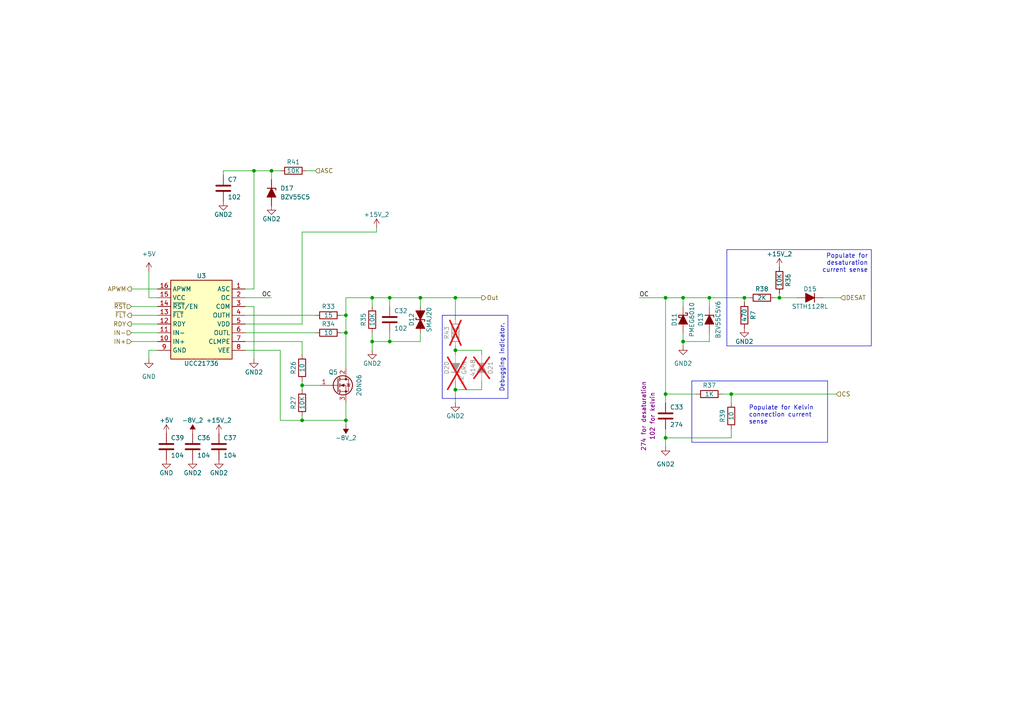
<source format=kicad_sch>
(kicad_sch (version 20250114) (generator "eeschema") (generator_version "9.0")
  (paper "A4")
  (lib_symbols
    (symbol "D_Filled_1" (pin_numbers (hide yes)) (pin_names (offset 1.016) (hide yes))
      (property "Reference" "D" (at 0 2.54 0))
      (property "Value" "D_Filled" (at 0 -2.54 0))
      (symbol "D_Filled_1_0_1"
        (polyline (pts (xy -1.27 1.27) (xy -1.27 -1.27)) (stroke (width 0.254)))
        (polyline (pts (xy 1.27 1.27) (xy 1.27 -1.27) (xy -1.27 0) (xy 1.27 1.27)) (stroke (width 0.254)) (fill (type outline)))
        (polyline (pts (xy 1.27 0) (xy -1.27 0)))
      )
      (symbol "D_Filled_1_1_1"
        (pin passive line (at -3.81 0 0) (length 2.54) (name "K") (number "1"))
        (pin passive line (at 3.81 0 180) (length 2.54) (name "A") (number "2"))
      )
    )
    (symbol "Device:C" (pin_numbers (hide yes)) (pin_names (offset 0.254))
      (property "Reference" "C" (at 0.635 2.54 0))
      (property "Value" "C" (at 0.635 -2.54 0))
      (symbol "C_0_1"
        (polyline (pts (xy -2.032 0.762) (xy 2.032 0.762)) (stroke (width 0.508)))
        (polyline (pts (xy -2.032 -0.762) (xy 2.032 -0.762)) (stroke (width 0.508)))
      )
      (symbol "C_1_1"
        (pin passive line (at 0 3.81 270) (length 2.794) (name "~") (number "1"))
        (pin passive line (at 0 -3.81 90) (length 2.794) (name "~") (number "2"))
      )
    )
    (symbol "Device:D_Filled" (pin_numbers (hide yes)) (pin_names (offset 1.016) (hide yes))
      (property "Reference" "D" (at 0 2.54 0))
      (property "Value" "D_Filled" (at 0 -2.54 0))
      (symbol "D_Filled_0_1"
        (polyline (pts (xy -1.27 1.27) (xy -1.27 -1.27)) (stroke (width 0.254)))
        (polyline (pts (xy 1.27 1.27) (xy 1.27 -1.27) (xy -1.27 0) (xy 1.27 1.27)) (stroke (width 0.254)) (fill (type outline)))
        (polyline (pts (xy 1.27 0) (xy -1.27 0)))
      )
      (symbol "D_Filled_1_1"
        (pin passive line (at -3.81 0 0) (length 2.54) (name "K") (number "1"))
        (pin passive line (at 3.81 0 180) (length 2.54) (name "A") (number "2"))
      )
    )
    (symbol "Device:D_Schottky_Filled" (pin_numbers (hide yes)) (pin_names (offset 1.016) (hide yes))
      (property "Reference" "D" (at 0 2.54 0))
      (property "Value" "D_Schottky_Filled" (at 0 -2.54 0))
      (symbol "D_Schottky_Filled_0_1"
        (polyline (pts (xy -1.905 0.635) (xy -1.905 1.27) (xy -1.27 1.27) (xy -1.27 -1.27) (xy -0.635 -1.27) (xy -0.635 -0.635)) (stroke (width 0.254)))
        (polyline (pts (xy 1.27 1.27) (xy 1.27 -1.27) (xy -1.27 0) (xy 1.27 1.27)) (stroke (width 0.254)) (fill (type outline)))
        (polyline (pts (xy 1.27 0) (xy -1.27 0)))
      )
      (symbol "D_Schottky_Filled_1_1"
        (pin passive line (at -3.81 0 0) (length 2.54) (name "K") (number "1"))
        (pin passive line (at 3.81 0 180) (length 2.54) (name "A") (number "2"))
      )
    )
    (symbol "Device:D_TVS_Filled" (pin_numbers (hide yes)) (pin_names (offset 1.016) (hide yes))
      (property "Reference" "D" (at 0 2.54 0))
      (property "Value" "D_TVS_Filled" (at 0 -2.54 0))
      (symbol "D_TVS_Filled_0_1"
        (polyline (pts (xy -2.54 -1.27) (xy 0 0) (xy -2.54 1.27) (xy -2.54 -1.27)) (stroke (width 0.254)) (fill (type outline)))
        (polyline (pts (xy 0.508 1.27) (xy 0 1.27) (xy 0 -1.27) (xy -0.508 -1.27)) (stroke (width 0.254)))
        (polyline (pts (xy 1.27 0) (xy -1.27 0)))
        (polyline (pts (xy 2.54 1.27) (xy 2.54 -1.27) (xy 0 0) (xy 2.54 1.27)) (stroke (width 0.254)) (fill (type outline)))
      )
      (symbol "D_TVS_Filled_1_1"
        (pin passive line (at -3.81 0 0) (length 2.54) (name "A1") (number "1"))
        (pin passive line (at 3.81 0 180) (length 2.54) (name "A2") (number "2"))
      )
    )
    (symbol "Device:D_Zener_Filled" (pin_numbers (hide yes)) (pin_names (offset 1.016) (hide yes))
      (property "Reference" "D" (at 0 2.54 0))
      (property "Value" "D_Zener_Filled" (at 0 -2.54 0))
      (symbol "D_Zener_Filled_0_1"
        (polyline (pts (xy -1.27 -1.27) (xy -1.27 1.27) (xy -0.762 1.27)) (stroke (width 0.254)))
        (polyline (pts (xy 1.27 0) (xy -1.27 0)))
        (polyline (pts (xy 1.27 -1.27) (xy 1.27 1.27) (xy -1.27 0) (xy 1.27 -1.27)) (stroke (width 0.254)) (fill (type outline)))
      )
      (symbol "D_Zener_Filled_1_1"
        (pin passive line (at -3.81 0 0) (length 2.54) (name "K") (number "1"))
        (pin passive line (at 3.81 0 180) (length 2.54) (name "A") (number "2"))
      )
    )
    (symbol "Device:LED_Filled" (pin_numbers (hide yes)) (pin_names (offset 1.016) (hide yes))
      (property "Reference" "D" (at 0 2.54 0))
      (property "Value" "LED_Filled" (at 0 -2.54 0))
      (symbol "LED_Filled_0_1"
        (polyline (pts (xy -3.048 -0.762) (xy -4.572 -2.286) (xy -3.81 -2.286) (xy -4.572 -2.286) (xy -4.572 -1.524)))
        (polyline (pts (xy -1.778 -0.762) (xy -3.302 -2.286) (xy -2.54 -2.286) (xy -3.302 -2.286) (xy -3.302 -1.524)))
        (polyline (pts (xy -1.27 0) (xy 1.27 0)))
        (polyline (pts (xy -1.27 -1.27) (xy -1.27 1.27)) (stroke (width 0.254)))
        (polyline (pts (xy 1.27 -1.27) (xy 1.27 1.27) (xy -1.27 0) (xy 1.27 -1.27)) (stroke (width 0.254)) (fill (type outline)))
      )
      (symbol "LED_Filled_1_1"
        (pin passive line (at -3.81 0 0) (length 2.54) (name "K") (number "1"))
        (pin passive line (at 3.81 0 180) (length 2.54) (name "A") (number "2"))
      )
    )
    (symbol "Device:Q_NMOS_GDS" (pin_names (offset 0) (hide yes))
      (property "Reference" "Q" (at 5.08 1.27 0))
      (property "Value" "Q_NMOS_GDS" (at 5.08 -1.27 0))
      (symbol "Q_NMOS_GDS_0_1"
        (polyline (pts (xy 0.254 1.905) (xy 0.254 -1.905)) (stroke (width 0.254)))
        (polyline (pts (xy 0.254 0) (xy -2.54 0)))
        (polyline (pts (xy 0.762 2.286) (xy 0.762 1.27)) (stroke (width 0.254)))
        (polyline (pts (xy 0.762 0.508) (xy 0.762 -0.508)) (stroke (width 0.254)))
        (polyline (pts (xy 0.762 -1.27) (xy 0.762 -2.286)) (stroke (width 0.254)))
        (polyline (pts (xy 0.762 -1.778) (xy 3.302 -1.778) (xy 3.302 1.778) (xy 0.762 1.778)))
        (polyline (pts (xy 1.016 0) (xy 2.032 0.381) (xy 2.032 -0.381) (xy 1.016 0)) (fill (type outline)))
        (circle (center 1.651 0) (radius 2.794) (stroke (width 0.254)))
        (polyline (pts (xy 2.54 2.54) (xy 2.54 1.778)))
        (circle (center 2.54 1.778) (radius 0.254) (fill (type outline)))
        (circle (center 2.54 -1.778) (radius 0.254) (fill (type outline)))
        (polyline (pts (xy 2.54 -2.54) (xy 2.54 0) (xy 0.762 0)))
        (polyline (pts (xy 2.794 0.508) (xy 2.921 0.381) (xy 3.683 0.381) (xy 3.81 0.254)))
        (polyline (pts (xy 3.302 0.381) (xy 2.921 -0.254) (xy 3.683 -0.254) (xy 3.302 0.381)))
      )
      (symbol "Q_NMOS_GDS_1_1"
        (pin input line (at -5.08 0 0) (length 2.54) (name "G") (number "1"))
        (pin passive line (at 2.54 5.08 270) (length 2.54) (name "D") (number "2"))
        (pin passive line (at 2.54 -5.08 90) (length 2.54) (name "S") (number "3"))
      )
    )
    (symbol "Device:R" (pin_numbers (hide yes)) (pin_names (offset 0))
      (property "Reference" "R" (at 2.032 0 90))
      (property "Value" "R" (at 0 0 90))
      (symbol "R_0_1"
        (rectangle (start -1.016 -2.54) (end 1.016 2.54) (stroke (width 0.254)))
      )
      (symbol "R_1_1"
        (pin passive line (at 0 3.81 270) (length 1.27) (name "~") (number "1"))
        (pin passive line (at 0 -3.81 90) (length 1.27) (name "~") (number "2"))
      )
    )
    (symbol "HR-parts:+15V_2" (power) (pin_names (offset 0))
      (property "Value" "+15V_2" (at 0 3.556 0))
      (symbol "+15V_2_0_1"
        (polyline (pts (xy -0.762 1.27) (xy 0 2.54)))
        (polyline (pts (xy 0 2.54) (xy 0.762 1.27)))
        (polyline (pts (xy 0 0) (xy 0 2.54)))
      )
      (symbol "+15V_2_1_1"
        (pin power_in line (at 0 0 90) (length 0) (hide yes) (name "+15V_2") (number "1"))
      )
    )
    (symbol "HR-parts:-8V_2" (power) (pin_names (offset 0))
      (property "Value" "-8V_2" (at 0 3.556 0))
      (symbol "-8V_2_0_1"
        (polyline (pts (xy -0.762 1.27) (xy 0.762 1.27) (xy 0 2.54) (xy -0.762 1.27)) (fill (type outline)))
        (polyline (pts (xy 0 0) (xy 0 2.54)))
      )
      (symbol "-8V_2_1_1"
        (pin power_in line (at 0 0 90) (length 0) (hide yes) (name "-8V_2") (number "1"))
      )
    )
    (symbol "HR-parts:UCC21736"
      (property "Reference" "U" (at 0 15.24 0))
      (property "Value" "UCC21736" (at 0 -12.7 0))
      (symbol "UCC21736_0_1"
        (rectangle (start -8.89 12.7) (end 8.89 -10.16) (stroke (width 0.254)) (fill (type background)))
      )
      (symbol "UCC21736_1_1"
        (pin input line (at -12.7 10.16 0) (length 3.81) (name "ASC") (number "1"))
        (pin input line (at -12.7 7.62 0) (length 3.81) (name "OC") (number "2"))
        (pin power_in line (at -12.7 5.08 0) (length 3.81) (name "COM") (number "3"))
        (pin power_out line (at -12.7 2.54 0) (length 3.81) (name "OUTH") (number "4"))
        (pin power_in line (at -12.7 0 0) (length 3.81) (name "VDD") (number "5"))
        (pin power_out line (at -12.7 -2.54 0) (length 3.81) (name "OUTL") (number "6"))
        (pin power_out line (at -12.7 -5.08 0) (length 3.81) (name "CLMPE") (number "7"))
        (pin power_in line (at -12.7 -7.62 0) (length 3.81) (name "VEE") (number "8"))
        (pin output line (at 12.7 10.16 180) (length 3.81) (name "APWM") (number "16"))
        (pin power_in line (at 12.7 7.62 180) (length 3.81) (name "VCC") (number "15"))
        (pin input line (at 12.7 5.08 180) (length 3.81) (name "~{RST}/EN") (number "14"))
        (pin output line (at 12.7 2.54 180) (length 3.81) (name "~{FLT}") (number "13"))
        (pin output line (at 12.7 0 180) (length 3.81) (name "RDY") (number "12"))
        (pin input line (at 12.7 -2.54 180) (length 3.81) (name "IN-") (number "11"))
        (pin input line (at 12.7 -5.08 180) (length 3.81) (name "IN+") (number "10"))
        (pin power_in line (at 12.7 -7.62 180) (length 3.81) (name "GND") (number "9"))
      )
    )
    (symbol "power:+5V" (power) (pin_names (offset 0))
      (property "Value" "+5V" (at 0 3.556 0))
      (symbol "+5V_0_1"
        (polyline (pts (xy -0.762 1.27) (xy 0 2.54)))
        (polyline (pts (xy 0 2.54) (xy 0.762 1.27)))
        (polyline (pts (xy 0 0) (xy 0 2.54)))
      )
      (symbol "+5V_1_1"
        (pin power_in line (at 0 0 90) (length 0) (hide yes) (name "+5V") (number "1"))
      )
    )
    (symbol "power:GND" (power) (pin_names (offset 0))
      (property "Value" "GND" (at 0 -3.81 0))
      (symbol "GND_0_1"
        (polyline (pts (xy 0 0) (xy 0 -1.27) (xy 1.27 -1.27) (xy 0 -2.54) (xy -1.27 -1.27) (xy 0 -1.27)))
      )
      (symbol "GND_1_1"
        (pin power_in line (at 0 0 270) (length 0) (hide yes) (name "GND") (number "1"))
      )
    )
    (symbol "power:GND1" (power) (pin_names (offset 0))
      (property "Value" "GND1" (at 0 -3.81 0))
      (symbol "GND1_0_1"
        (polyline (pts (xy 0 0) (xy 0 -1.27) (xy 1.27 -1.27) (xy 0 -2.54) (xy -1.27 -1.27) (xy 0 -1.27)))
      )
      (symbol "GND1_1_1"
        (pin power_in line (at 0 0 270) (length 0) (hide yes) (name "GND1") (number "1"))
      )
    )
    (symbol "power:GND2" (power) (pin_names (offset 0))
      (property "Value" "GND2" (at 0 -3.81 0))
      (symbol "GND2_0_1"
        (polyline (pts (xy 0 0) (xy 0 -1.27) (xy 1.27 -1.27) (xy 0 -2.54) (xy -1.27 -1.27) (xy 0 -1.27)))
      )
      (symbol "GND2_1_1"
        (pin power_in line (at 0 0 270) (length 0) (hide yes) (name "GND2") (number "1"))
      )
    )
  )
  (text "Populate for Kelvin\nconnection current\nsense" (at 217.17 123.19 0) (effects (font (size 1.27 1.27)) (justify left bottom)))
  (text_box "Debugging indicator." (at 128.27 91.44 90) (size 19.05 24.13) (margins 0.9525 0.9525 0.9525 0.9525) (effects (font (size 1.27 1.27)) (justify bottom)))
  (text_box "Populate for\ndesaturation\ncurrent sense" (at 210.82 72.39 0) (size 41.91 27.94) (margins 0.9525 0.9525 0.9525 0.9525) (effects (font (size 1.27 1.27)) (justify right top)))
  (junction (at 226.06 86.36))
  (junction (at 132.08 86.36))
  (junction (at 107.95 99.06))
  (junction (at 215.9 86.36))
  (junction (at 132.08 113.03))
  (junction (at 107.95 86.36))
  (junction (at 113.03 86.36))
  (junction (at 113.03 99.06))
  (junction (at 100.33 96.52))
  (junction (at 87.63 111.76))
  (junction (at 198.12 99.06))
  (junction (at 100.33 91.44))
  (junction (at 193.04 127))
  (junction (at 193.04 114.3))
  (junction (at 78.74 49.53))
  (junction (at 132.08 101.6))
  (junction (at 87.63 121.92))
  (junction (at 100.33 121.92))
  (junction (at 121.92 86.36))
  (junction (at 193.04 86.36))
  (junction (at 198.12 86.36))
  (junction (at 73.66 49.53))
  (junction (at 212.09 114.3))
  (junction (at 205.74 86.36))
  (wire (pts (xy 100.33 86.36) (xy 100.33 91.44)))
  (wire (pts (xy 193.04 114.3) (xy 193.04 116.84)))
  (wire (pts (xy 132.08 100.33) (xy 132.08 101.6)))
  (wire (pts (xy 81.28 121.92) (xy 87.63 121.92)))
  (wire (pts (xy 100.33 91.44) (xy 100.33 96.52)))
  (wire (pts (xy 71.12 86.36) (xy 78.74 86.36)))
  (wire (pts (xy 193.04 127) (xy 193.04 129.54)))
  (wire (pts (xy 193.04 124.46) (xy 193.04 127)))
  (wire (pts (xy 113.03 99.06) (xy 113.03 96.52)))
  (wire (pts (xy 193.04 127) (xy 212.09 127)))
  (wire (pts (xy 107.95 86.36) (xy 107.95 88.9)))
  (wire (pts (xy 100.33 123.19) (xy 100.33 121.92)))
  (wire (pts (xy 71.12 91.44) (xy 91.44 91.44)))
  (wire (pts (xy 87.63 110.49) (xy 87.63 111.76)))
  (wire (pts (xy 121.92 86.36) (xy 132.08 86.36)))
  (wire (pts (xy 107.95 99.06) (xy 107.95 101.6)))
  (wire (pts (xy 226.06 85.09) (xy 226.06 86.36)))
  (wire (pts (xy 88.9 49.53) (xy 91.44 49.53)))
  (wire (pts (xy 81.28 101.6) (xy 81.28 121.92)))
  (wire (pts (xy 139.7 113.03) (xy 139.7 110.49)))
  (wire (pts (xy 100.33 96.52) (xy 100.33 106.68)))
  (wire (pts (xy 215.9 86.36) (xy 215.9 87.63)))
  (wire (pts (xy 238.76 86.36) (xy 243.84 86.36)))
  (wire (pts (xy 99.06 96.52) (xy 100.33 96.52)))
  (wire (pts (xy 38.1 83.82) (xy 45.72 83.82)))
  (wire (pts (xy 43.18 86.36) (xy 45.72 86.36)))
  (wire (pts (xy 212.09 114.3) (xy 242.57 114.3)))
  (wire (pts (xy 71.12 93.98) (xy 87.63 93.98)))
  (wire (pts (xy 121.92 99.06) (xy 121.92 96.52)))
  (wire (pts (xy 198.12 86.36) (xy 198.12 88.9)))
  (wire (pts (xy 100.33 116.84) (xy 100.33 121.92)))
  (wire (pts (xy 198.12 96.52) (xy 198.12 99.06)))
  (wire (pts (xy 107.95 99.06) (xy 113.03 99.06)))
  (wire (pts (xy 132.08 113.03) (xy 139.7 113.03)))
  (polyline (pts (xy 200.66 110.49) (xy 200.66 128.27)))
  (wire (pts (xy 99.06 91.44) (xy 100.33 91.44)))
  (wire (pts (xy 212.09 114.3) (xy 212.09 116.84)))
  (wire (pts (xy 71.12 83.82) (xy 73.66 83.82)))
  (wire (pts (xy 139.7 101.6) (xy 139.7 102.87)))
  (wire (pts (xy 212.09 127) (xy 212.09 124.46)))
  (wire (pts (xy 38.1 88.9) (xy 45.72 88.9)))
  (wire (pts (xy 193.04 86.36) (xy 198.12 86.36)))
  (wire (pts (xy 132.08 101.6) (xy 139.7 101.6)))
  (wire (pts (xy 107.95 96.52) (xy 107.95 99.06)))
  (wire (pts (xy 224.79 86.36) (xy 226.06 86.36)))
  (wire (pts (xy 64.77 49.53) (xy 64.77 50.8)))
  (wire (pts (xy 205.74 86.36) (xy 205.74 88.9)))
  (wire (pts (xy 205.74 99.06) (xy 205.74 96.52)))
  (wire (pts (xy 45.72 101.6) (xy 43.18 101.6)))
  (wire (pts (xy 73.66 104.14) (xy 73.66 88.9)))
  (wire (pts (xy 38.1 91.44) (xy 45.72 91.44)))
  (wire (pts (xy 121.92 86.36) (xy 121.92 88.9)))
  (wire (pts (xy 209.55 114.3) (xy 212.09 114.3)))
  (wire (pts (xy 38.1 93.98) (xy 45.72 93.98)))
  (wire (pts (xy 132.08 86.36) (xy 132.08 92.71)))
  (wire (pts (xy 132.08 86.36) (xy 139.7 86.36)))
  (wire (pts (xy 73.66 83.82) (xy 73.66 49.53)))
  (wire (pts (xy 78.74 49.53) (xy 78.74 52.07)))
  (polyline (pts (xy 240.03 110.49) (xy 240.03 128.27)))
  (wire (pts (xy 73.66 49.53) (xy 64.77 49.53)))
  (wire (pts (xy 43.18 101.6) (xy 43.18 104.14)))
  (wire (pts (xy 113.03 86.36) (xy 121.92 86.36)))
  (wire (pts (xy 81.28 49.53) (xy 78.74 49.53)))
  (wire (pts (xy 132.08 101.6) (xy 132.08 102.87)))
  (wire (pts (xy 73.66 88.9) (xy 71.12 88.9)))
  (wire (pts (xy 185.42 86.36) (xy 193.04 86.36)))
  (polyline (pts (xy 200.66 110.49) (xy 240.03 110.49)))
  (wire (pts (xy 198.12 99.06) (xy 198.12 100.33)))
  (wire (pts (xy 73.66 49.53) (xy 78.74 49.53)))
  (wire (pts (xy 87.63 120.65) (xy 87.63 121.92)))
  (wire (pts (xy 113.03 99.06) (xy 121.92 99.06)))
  (wire (pts (xy 132.08 113.03) (xy 132.08 116.84)))
  (wire (pts (xy 38.1 96.52) (xy 45.72 96.52)))
  (wire (pts (xy 71.12 96.52) (xy 91.44 96.52)))
  (wire (pts (xy 87.63 99.06) (xy 87.63 102.87)))
  (wire (pts (xy 87.63 111.76) (xy 87.63 113.03)))
  (wire (pts (xy 87.63 67.31) (xy 109.22 67.31)))
  (wire (pts (xy 198.12 99.06) (xy 205.74 99.06)))
  (wire (pts (xy 132.08 110.49) (xy 132.08 113.03)))
  (wire (pts (xy 92.71 111.76) (xy 87.63 111.76)))
  (wire (pts (xy 107.95 86.36) (xy 113.03 86.36)))
  (wire (pts (xy 113.03 88.9) (xy 113.03 86.36)))
  (wire (pts (xy 198.12 86.36) (xy 205.74 86.36)))
  (wire (pts (xy 100.33 86.36) (xy 107.95 86.36)))
  (polyline (pts (xy 240.03 128.27) (xy 200.66 128.27)))
  (wire (pts (xy 205.74 86.36) (xy 215.9 86.36)))
  (wire (pts (xy 43.18 78.74) (xy 43.18 86.36)))
  (wire (pts (xy 38.1 99.06) (xy 45.72 99.06)))
  (wire (pts (xy 71.12 101.6) (xy 81.28 101.6)))
  (wire (pts (xy 215.9 86.36) (xy 217.17 86.36)))
  (wire (pts (xy 226.06 86.36) (xy 231.14 86.36)))
  (wire (pts (xy 109.22 66.04) (xy 109.22 67.31)))
  (wire (pts (xy 193.04 114.3) (xy 201.93 114.3)))
  (wire (pts (xy 71.12 99.06) (xy 87.63 99.06)))
  (wire (pts (xy 87.63 121.92) (xy 100.33 121.92)))
  (wire (pts (xy 87.63 93.98) (xy 87.63 67.31)))
  (wire (pts (xy 193.04 86.36) (xy 193.04 114.3)))
  (label "OC" (at 185.42 86.36 0))
  (label "OC" (at 78.74 86.36 180))
  (hierarchical_label "~{RST}" (shape input) (at 38.1 88.9 180))
  (hierarchical_label "APWM" (shape output) (at 38.1 83.82 180))
  (hierarchical_label "ASC" (shape input) (at 91.44 49.53 0))
  (hierarchical_label "RDY" (shape output) (at 38.1 93.98 180))
  (hierarchical_label "CS" (shape input) (at 242.57 114.3 0))
  (hierarchical_label "~{FLT}" (shape output) (at 38.1 91.44 180))
  (hierarchical_label "DESAT" (shape input) (at 243.84 86.36 0))
  (hierarchical_label "Out" (shape output) (at 139.7 86.36 0))
  (hierarchical_label "IN+" (shape input) (at 38.1 99.06 180))
  (hierarchical_label "IN-" (shape input) (at 38.1 96.52 180))
  (symbol (lib_id "Device:R") (at 107.95 92.71 180) (unit 1)
    (property "Reference" "R35" (at 105.41 92.71 90))
    (property "Value" "10K" (at 107.95 92.71 90))
    (property "Footprint" "Resistor_SMD:R_0805_2012Metric" (effects (hide yes)))
  )
  (symbol (lib_id "Device:C") (at 113.03 92.71 0) (unit 1)
    (property "Reference" "C32" (at 114.3 90.17 0) (effects (justify left)))
    (property "Value" "102" (at 114.3 95.25 0) (effects (justify left)))
    (property "Footprint" "Capacitor_SMD:C_0805_2012Metric" (effects (hide yes)))
  )
  (symbol (lib_id "HR-parts:+15V_2") (at 109.22 66.04 0) (unit 1)
    (property "Reference" "#PWR033" (effects (hide yes)))
    (property "Value" "+15V_2" (at 109.22 62.23 0))
  )
  (symbol (lib_id "Device:R") (at 220.98 86.36 90) (unit 1)
    (property "Reference" "R38" (at 220.98 83.82 90))
    (property "Value" "2K" (at 220.98 86.36 90))
    (property "Footprint" "Resistor_SMD:R_0805_2012Metric" (effects (hide yes)))
  )
  (symbol (lib_id "power:GND2") (at 78.74 59.69 0) (unit 1)
    (property "Reference" "#PWR0102" (effects (hide yes)))
    (property "Value" "GND2" (at 78.74 63.5 0))
  )
  (symbol (lib_name "D_Filled_1") (lib_id "Device:D_Filled") (at 139.7 106.68 270) (unit 1) (dnp yes)
    (property "Reference" "D21" (at 142.24 106.68 0))
    (property "Value" "4148" (at 137.16 106.68 0))
    (property "Footprint" "Diode_SMD:D_SOD-123" (effects (hide yes)))
    (property "Description" "Diode, filled shape" (effects (hide yes)))
    (property "Sim.Device" "D" (effects (hide yes)))
    (property "Sim.Pins" "1=K 2=A" (effects (hide yes)))
  )
  (symbol (lib_id "Device:R") (at 87.63 116.84 180) (unit 1)
    (property "Reference" "R27" (at 85.09 116.84 90))
    (property "Value" "10K" (at 87.63 116.84 90))
    (property "Footprint" "Resistor_SMD:R_0805_2012Metric" (effects (hide yes)))
  )
  (symbol (lib_id "power:GND") (at 43.18 104.14 0) (unit 1)
    (property "Reference" "#PWR029" (effects (hide yes)))
    (property "Value" "GND" (at 43.18 109.22 0))
  )
  (symbol (lib_id "power:GND2") (at 215.9 95.25 0) (unit 1)
    (property "Reference" "#PWR037" (effects (hide yes)))
    (property "Value" "GND2" (at 215.9 99.06 0))
  )
  (symbol (lib_id "Device:C") (at 193.04 120.65 0) (unit 1)
    (property "Reference" "C33" (at 194.31 118.11 0) (effects (justify left)))
    (property "Value" "274" (at 194.31 123.19 0) (effects (justify left)))
    (property "Footprint" "Capacitor_SMD:C_0805_2012Metric" (effects (hide yes)))
    (property "Note" "274 for desaturation" (at 186.69 120.65 90))
    (property "Note2" "102 for kelvin" (at 189.23 120.65 90))
  )
  (symbol (lib_id "HR-parts:+15V_2") (at 63.5 125.73 0) (unit 1)
    (property "Reference" "#PWR045" (effects (hide yes)))
    (property "Value" "+15V_2" (at 63.5 121.92 0))
  )
  (symbol (lib_id "Device:LED_Filled") (at 132.08 106.68 90) (unit 1) (dnp yes)
    (property "Reference" "D20" (at 129.54 106.68 0))
    (property "Value" "GRN" (at 134.62 106.68 0))
    (property "Footprint" "LED_THT:LED_D3.0mm" (effects (hide yes)))
    (property "Description" "Light emitting diode, filled shape" (effects (hide yes)))
  )
  (symbol (lib_id "power:+5V") (at 43.18 78.74 0) (unit 1)
    (property "Reference" "#PWR028" (effects (hide yes)))
    (property "Value" "+5V" (at 43.18 73.66 0))
  )
  (symbol (lib_id "Device:D_TVS_Filled") (at 121.92 92.71 90) (unit 1)
    (property "Reference" "D12" (at 119.38 92.71 0))
    (property "Value" "SMAJ20" (at 124.46 92.71 0))
    (property "Footprint" "Diode_SMD:D_SMA" (effects (hide yes)))
  )
  (symbol (lib_id "Device:C") (at 48.26 129.54 0) (unit 1)
    (property "Reference" "C39" (at 49.53 127 0) (effects (justify left)))
    (property "Value" "104" (at 49.53 132.08 0) (effects (justify left)))
    (property "Footprint" "Capacitor_SMD:C_0805_2012Metric" (effects (hide yes)))
  )
  (symbol (lib_id "power:GND") (at 48.26 133.35 0) (unit 1)
    (property "Reference" "#PWR0106" (effects (hide yes)))
    (property "Value" "GND" (at 48.26 137.16 0))
  )
  (symbol (lib_id "Device:R") (at 212.09 120.65 180) (unit 1)
    (property "Reference" "R39" (at 209.55 120.65 90))
    (property "Value" "10" (at 212.09 120.65 90))
    (property "Footprint" "Resistor_SMD:R_2512_6332Metric" (effects (hide yes)))
  )
  (symbol (lib_id "Device:R") (at 226.06 81.28 0) (unit 1)
    (property "Reference" "R36" (at 228.6 81.28 90))
    (property "Value" "10K" (at 226.06 81.28 90))
    (property "Footprint" "Resistor_SMD:R_0805_2012Metric" (effects (hide yes)))
  )
  (symbol (lib_id "Device:R") (at 215.9 91.44 0) (unit 1)
    (property "Reference" "R7" (at 218.44 91.44 90))
    (property "Value" "470" (at 215.9 91.44 90))
    (property "Footprint" "Resistor_SMD:R_0805_2012Metric" (effects (hide yes)))
  )
  (symbol (lib_id "Device:R") (at 85.09 49.53 90) (unit 1)
    (property "Reference" "R41" (at 85.09 46.99 90))
    (property "Value" "10K" (at 85.09 49.53 90))
    (property "Footprint" "Resistor_SMD:R_1210_3225Metric" (effects (hide yes)))
  )
  (symbol (lib_id "HR-parts:+15V_2") (at 226.06 77.47 0) (unit 1)
    (property "Reference" "#PWR038" (effects (hide yes)))
    (property "Value" "+15V_2" (at 226.06 73.66 0))
  )
  (symbol (lib_id "power:GND2") (at 64.77 58.42 0) (unit 1)
    (property "Reference" "#PWR048" (effects (hide yes)))
    (property "Value" "GND2" (at 64.77 62.23 0))
  )
  (symbol (lib_id "Device:D_Filled") (at 234.95 86.36 0) (mirror y) (unit 1)
    (property "Reference" "D15" (at 234.95 83.82 0))
    (property "Value" "STTH112RL" (at 234.95 88.9 0))
    (property "Footprint" "Diode_THT:D_DO-41_SOD81_P10.16mm_Horizontal" (effects (hide yes)))
  )
  (symbol (lib_id "HR-parts:-8V_2") (at 100.33 123.19 180) (unit 1)
    (property "Reference" "#PWR032" (effects (hide yes)))
    (property "Value" "-8V_2" (at 100.33 127 0))
  )
  (symbol (lib_id "power:GND2") (at 193.04 129.54 0) (unit 1)
    (property "Reference" "#PWR036" (effects (hide yes)))
    (property "Value" "GND2" (at 193.04 134.62 0))
  )
  (symbol (lib_id "Device:R") (at 87.63 106.68 180) (unit 1)
    (property "Reference" "R26" (at 85.09 106.68 90))
    (property "Value" "10" (at 87.63 106.68 90))
    (property "Footprint" "Resistor_SMD:R_0805_2012Metric" (effects (hide yes)))
  )
  (symbol (lib_id "Device:Q_NMOS_GDS") (at 97.79 111.76 0) (unit 1)
    (property "Reference" "Q5" (at 95.25 107.95 0) (effects (justify left)))
    (property "Value" "20N06" (at 104.14 111.76 90))
    (property "Footprint" "Package_TO_SOT_SMD:TO-252-2" (effects (hide yes)))
  )
  (symbol (lib_id "power:+5V") (at 48.26 125.73 0) (unit 1)
    (property "Reference" "#PWR0105" (effects (hide yes)))
    (property "Value" "+5V" (at 48.26 121.92 0))
  )
  (symbol (lib_id "Device:D_Zener_Filled") (at 78.74 55.88 270) (unit 1)
    (property "Reference" "D17" (at 81.28 54.6099 90) (effects (justify left)))
    (property "Value" "BZV55C5" (at 81.28 57.1499 90) (effects (justify left)))
    (property "Footprint" "Diode_SMD:D_SOD-123" (effects (hide yes)))
  )
  (symbol (lib_id "power:GND1") (at 132.08 116.84 0) (unit 1)
    (property "Reference" "#PWR23" (effects (hide yes)))
    (property "Value" "GND2" (at 132.08 120.65 0))
  )
  (symbol (lib_id "Device:C") (at 63.5 129.54 0) (unit 1)
    (property "Reference" "C37" (at 64.77 127 0) (effects (justify left)))
    (property "Value" "104" (at 64.77 132.08 0) (effects (justify left)))
    (property "Footprint" "Capacitor_SMD:C_0805_2012Metric" (effects (hide yes)))
  )
  (symbol (lib_id "Device:D_Zener_Filled") (at 205.74 92.71 270) (unit 1)
    (property "Reference" "D13" (at 203.2 92.71 0))
    (property "Value" "BZV55C5V6" (at 208.28 92.71 0))
    (property "Footprint" "Diode_SMD:D_SOD-123" (effects (hide yes)))
  )
  (symbol (lib_id "power:GND2") (at 198.12 100.33 0) (unit 1)
    (property "Reference" "#PWR10" (effects (hide yes)))
    (property "Value" "GND2" (at 198.12 105.41 0))
  )
  (symbol (lib_id "Device:D_Schottky_Filled") (at 198.12 92.71 270) (unit 1)
    (property "Reference" "D11" (at 195.58 92.71 0))
    (property "Value" "PMEG6010" (at 200.66 92.71 0))
    (property "Footprint" "Diode_SMD:D_SOD-123" (effects (hide yes)))
  )
  (symbol (lib_id "power:GND2") (at 63.5 133.35 0) (unit 1)
    (property "Reference" "#PWR046" (effects (hide yes)))
    (property "Value" "GND2" (at 63.5 137.16 0))
  )
  (symbol (lib_id "Device:R") (at 95.25 96.52 90) (unit 1)
    (property "Reference" "R34" (at 95.25 93.98 90))
    (property "Value" "10" (at 95.25 96.52 90))
    (property "Footprint" "Resistor_THT:R_Axial_DIN0617_L17.0mm_D6.0mm_P20.32mm_Horizontal" (effects (hide yes)))
  )
  (symbol (lib_id "HR-parts:-8V_2") (at 55.88 125.73 0) (mirror y) (unit 1)
    (property "Reference" "#PWR043" (effects (hide yes)))
    (property "Value" "-8V_2" (at 55.88 121.92 0))
  )
  (symbol (lib_id "Device:C") (at 64.77 54.61 0) (unit 1)
    (property "Reference" "C7" (at 66.04 52.07 0) (effects (justify left)))
    (property "Value" "102" (at 66.04 57.15 0) (effects (justify left)))
    (property "Footprint" "Capacitor_SMD:C_0805_2012Metric" (effects (hide yes)))
  )
  (symbol (lib_id "power:GND2") (at 73.66 104.14 0) (unit 1)
    (property "Reference" "#PWR30" (effects (hide yes)))
    (property "Value" "GND2" (at 73.66 107.95 0))
  )
  (symbol (lib_id "Device:R") (at 205.74 114.3 90) (unit 1)
    (property "Reference" "R37" (at 205.74 111.76 90))
    (property "Value" "1K" (at 205.74 114.3 90))
    (property "Footprint" "Resistor_SMD:R_0805_2012Metric" (effects (hide yes)))
  )
  (symbol (lib_id "Device:C") (at 55.88 129.54 0) (unit 1)
    (property "Reference" "C36" (at 57.15 127 0) (effects (justify left)))
    (property "Value" "104" (at 57.15 132.08 0) (effects (justify left)))
    (property "Footprint" "Capacitor_SMD:C_0805_2012Metric" (effects (hide yes)))
  )
  (symbol (lib_id "Device:R") (at 95.25 91.44 90) (unit 1)
    (property "Reference" "R33" (at 95.25 88.9 90))
    (property "Value" "15" (at 95.25 91.44 90))
    (property "Footprint" "Resistor_THT:R_Axial_DIN0617_L17.0mm_D6.0mm_P20.32mm_Horizontal" (effects (hide yes)))
  )
  (symbol (lib_id "HR-parts:UCC21736") (at 58.42 93.98 0) (mirror y) (unit 1)
    (property "Reference" "U3" (at 58.42 80.01 0))
    (property "Value" "UCC21736" (at 58.42 105.41 0))
    (property "Footprint" "Package_SO:SOIC-16W_7.5x10.3mm_P1.27mm" (effects (hide yes)))
  )
  (symbol (lib_id "power:GND2") (at 55.88 133.35 0) (unit 1)
    (property "Reference" "#PWR044" (effects (hide yes)))
    (property "Value" "GND2" (at 55.88 137.16 0))
  )
  (symbol (lib_id "Device:R") (at 132.08 96.52 180) (unit 1) (dnp yes)
    (property "Reference" "R43" (at 129.54 96.52 90))
    (property "Value" "10K" (at 132.08 96.52 90))
    (property "Footprint" "Resistor_SMD:R_0805_2012Metric" (effects (hide yes)))
  )
  (symbol (lib_id "power:GND2") (at 107.95 101.6 0) (unit 1)
    (property "Reference" "#PWR035" (effects (hide yes)))
    (property "Value" "GND2" (at 107.95 105.41 0))
  )
)
</source>
